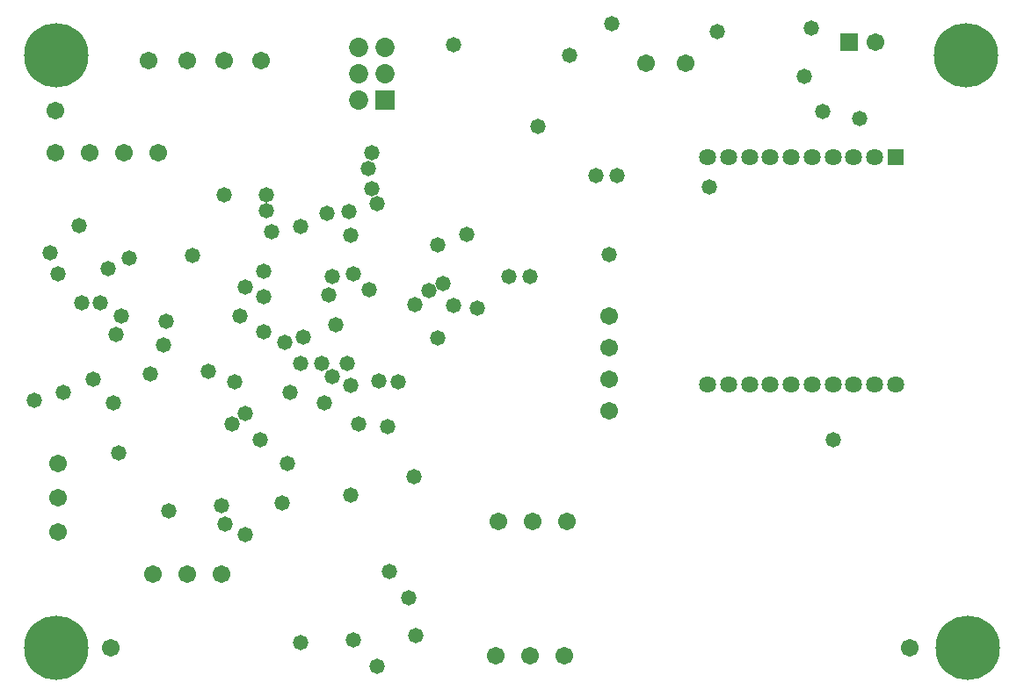
<source format=gbs>
G04*
G04 #@! TF.GenerationSoftware,Altium Limited,Altium Designer,22.10.1 (41)*
G04*
G04 Layer_Color=16711935*
%FSLAX25Y25*%
%MOIN*%
G70*
G04*
G04 #@! TF.SameCoordinates,49C2D000-8325-4097-923D-366AA4D3C581*
G04*
G04*
G04 #@! TF.FilePolarity,Negative*
G04*
G01*
G75*
%ADD41C,0.24422*%
%ADD42C,0.06706*%
%ADD43R,0.07296X0.07296*%
%ADD44C,0.07296*%
%ADD45R,0.06706X0.06706*%
%ADD46R,0.06434X0.06434*%
%ADD47C,0.06434*%
%ADD48C,0.05800*%
D41*
X462500Y480000D02*
D03*
X117500Y255000D02*
D03*
Y480000D02*
D03*
X463000Y255000D02*
D03*
D42*
X117000Y459000D02*
D03*
X138000Y255000D02*
D03*
X441000D02*
D03*
X152500Y478000D02*
D03*
X428000Y485000D02*
D03*
X297000Y252000D02*
D03*
X310000D02*
D03*
X130000Y443000D02*
D03*
X156000D02*
D03*
X284000Y252000D02*
D03*
X327000Y357000D02*
D03*
X143000Y443000D02*
D03*
X327000Y369000D02*
D03*
X180000Y283000D02*
D03*
X327000Y345000D02*
D03*
X195000Y478000D02*
D03*
X181000D02*
D03*
X167000D02*
D03*
X154000Y283000D02*
D03*
X341000Y477000D02*
D03*
X167000Y283000D02*
D03*
X118000Y312000D02*
D03*
X298000Y303000D02*
D03*
X285000D02*
D03*
X311000D02*
D03*
X356000Y477000D02*
D03*
X117000Y443000D02*
D03*
X327000Y381000D02*
D03*
X118000Y299000D02*
D03*
Y325000D02*
D03*
D43*
X242000Y463000D02*
D03*
D44*
X232000D02*
D03*
X242000Y473000D02*
D03*
Y483000D02*
D03*
X232000Y473000D02*
D03*
Y483000D02*
D03*
D45*
X418000Y485000D02*
D03*
D46*
X435598Y441598D02*
D03*
D47*
X427697D02*
D03*
X419799D02*
D03*
X411898D02*
D03*
X404000D02*
D03*
X396098D02*
D03*
X388197D02*
D03*
X380299D02*
D03*
X372398D02*
D03*
X364500D02*
D03*
Y355000D02*
D03*
X372398D02*
D03*
X380299D02*
D03*
X388197D02*
D03*
X396098D02*
D03*
X404000D02*
D03*
X411898D02*
D03*
X419799D02*
D03*
X427697D02*
D03*
X435598D02*
D03*
D48*
X136905Y399307D02*
D03*
X220000Y420000D02*
D03*
X181000Y427000D02*
D03*
X237091Y429611D02*
D03*
X238913Y423780D02*
D03*
X228497Y420764D02*
D03*
X237000Y443000D02*
D03*
X235862Y437313D02*
D03*
X229160Y411983D02*
D03*
X210000Y415000D02*
D03*
X197000Y421000D02*
D03*
Y427000D02*
D03*
X403576Y490522D02*
D03*
X368000Y489000D02*
D03*
X401000Y472000D02*
D03*
X109000Y349000D02*
D03*
X120000Y352000D02*
D03*
X300000Y453000D02*
D03*
X251000Y274000D02*
D03*
X142000Y381000D02*
D03*
X330000Y434600D02*
D03*
X322000D02*
D03*
X127000Y386000D02*
D03*
X189000Y392000D02*
D03*
X181493Y302000D02*
D03*
X141000Y329000D02*
D03*
X115000Y405000D02*
D03*
X145000Y403000D02*
D03*
X327012Y404616D02*
D03*
X243000Y339000D02*
D03*
X205000Y325000D02*
D03*
X229000Y313000D02*
D03*
X175000Y360000D02*
D03*
X239767Y356565D02*
D03*
X229123Y354926D02*
D03*
X221906Y358015D02*
D03*
X185000Y356000D02*
D03*
X219000Y348000D02*
D03*
X210000Y363000D02*
D03*
X204000Y371000D02*
D03*
X184000Y340000D02*
D03*
X206000Y352000D02*
D03*
X189000Y344000D02*
D03*
X230000Y258000D02*
D03*
X253000Y320000D02*
D03*
X218136Y363000D02*
D03*
X247000Y356000D02*
D03*
X126063Y415351D02*
D03*
X222000Y396000D02*
D03*
X223261Y377724D02*
D03*
X220789Y389000D02*
D03*
X196005Y388384D02*
D03*
X253353Y385640D02*
D03*
X263951Y393503D02*
D03*
X258851Y390804D02*
D03*
X180000Y309000D02*
D03*
X277000Y384000D02*
D03*
X262195Y372752D02*
D03*
X236000Y391000D02*
D03*
X158000Y370000D02*
D03*
X153000Y359000D02*
D03*
X159000Y379000D02*
D03*
X131255Y357289D02*
D03*
X211000Y373000D02*
D03*
X194770Y334000D02*
D03*
X227807Y363000D02*
D03*
X232000Y340000D02*
D03*
X268000Y385000D02*
D03*
X297000Y396000D02*
D03*
X289000D02*
D03*
X239000Y248000D02*
D03*
X139000Y348000D02*
D03*
X189000Y298000D02*
D03*
X140123Y374000D02*
D03*
X134000Y386000D02*
D03*
X243770Y284000D02*
D03*
X210000Y257000D02*
D03*
X253599Y259827D02*
D03*
X160000Y307000D02*
D03*
X203000Y310000D02*
D03*
X118000Y397000D02*
D03*
X230000D02*
D03*
X365000Y430000D02*
D03*
X262000Y408000D02*
D03*
X169000Y404000D02*
D03*
X187000Y381000D02*
D03*
X196000Y398000D02*
D03*
Y375000D02*
D03*
X199000Y413000D02*
D03*
X408096Y458740D02*
D03*
X412000Y334000D02*
D03*
X422000Y456000D02*
D03*
X273000Y412000D02*
D03*
X268000Y484000D02*
D03*
X312000Y480000D02*
D03*
X328000Y492000D02*
D03*
M02*

</source>
